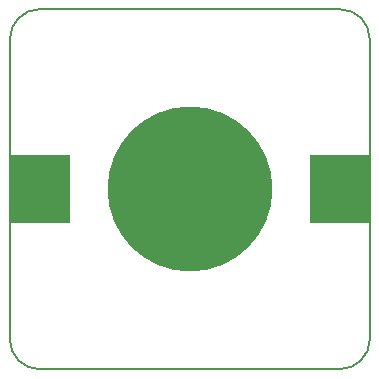
<source format=gtp>
G04 (created by PCBNEW (2013-03-15 BZR 4003)-stable) date 22-Apr-13 3:44:31 PM*
%MOIN*%
G04 Gerber Fmt 3.4, Leading zero omitted, Abs format*
%FSLAX34Y34*%
G01*
G70*
G90*
G04 APERTURE LIST*
%ADD10C,0.003*%
%ADD11C,0.005*%
%ADD12R,0.2X0.225*%
%ADD13C,0.55*%
G04 APERTURE END LIST*
G54D10*
G54D11*
X22000Y-11000D02*
G75*
G03X21000Y-10000I-1000J0D01*
G74*
G01*
X11000Y-10000D02*
G75*
G03X10000Y-11000I0J-1000D01*
G74*
G01*
X10000Y-21000D02*
G75*
G03X11000Y-22000I1000J0D01*
G74*
G01*
X21000Y-22000D02*
G75*
G03X22000Y-21000I0J1000D01*
G74*
G01*
X10000Y-21000D02*
X10000Y-11000D01*
X21000Y-22000D02*
X11000Y-22000D01*
X22000Y-11000D02*
X22000Y-21000D01*
X11000Y-10000D02*
X21000Y-10000D01*
G54D12*
X21000Y-16000D03*
X11000Y-16000D03*
G54D13*
X16000Y-16000D03*
M02*

</source>
